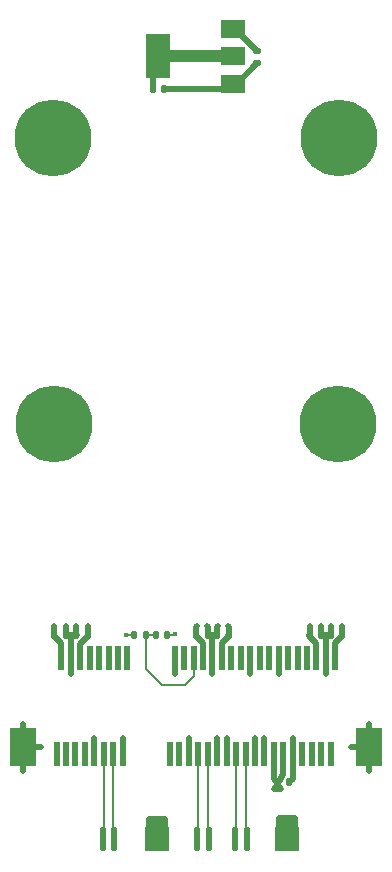
<source format=gtl>
%TF.GenerationSoftware,KiCad,Pcbnew,(6.0.2)*%
%TF.CreationDate,2022-02-24T00:22:57+01:00*%
%TF.ProjectId,mini-pcie-breakout,6d696e69-2d70-4636-9965-2d627265616b,rev?*%
%TF.SameCoordinates,Original*%
%TF.FileFunction,Copper,L1,Top*%
%TF.FilePolarity,Positive*%
%FSLAX46Y46*%
G04 Gerber Fmt 4.6, Leading zero omitted, Abs format (unit mm)*
G04 Created by KiCad (PCBNEW (6.0.2)) date 2022-02-24 00:22:57*
%MOMM*%
%LPD*%
G01*
G04 APERTURE LIST*
G04 Aperture macros list*
%AMRoundRect*
0 Rectangle with rounded corners*
0 $1 Rounding radius*
0 $2 $3 $4 $5 $6 $7 $8 $9 X,Y pos of 4 corners*
0 Add a 4 corners polygon primitive as box body*
4,1,4,$2,$3,$4,$5,$6,$7,$8,$9,$2,$3,0*
0 Add four circle primitives for the rounded corners*
1,1,$1+$1,$2,$3*
1,1,$1+$1,$4,$5*
1,1,$1+$1,$6,$7*
1,1,$1+$1,$8,$9*
0 Add four rect primitives between the rounded corners*
20,1,$1+$1,$2,$3,$4,$5,0*
20,1,$1+$1,$4,$5,$6,$7,0*
20,1,$1+$1,$6,$7,$8,$9,0*
20,1,$1+$1,$8,$9,$2,$3,0*%
G04 Aperture macros list end*
%TA.AperFunction,SMDPad,CuDef*%
%ADD10RoundRect,0.135000X-0.135000X-0.185000X0.135000X-0.185000X0.135000X0.185000X-0.135000X0.185000X0*%
%TD*%
%TA.AperFunction,SMDPad,CuDef*%
%ADD11RoundRect,0.140000X-0.140000X-0.170000X0.140000X-0.170000X0.140000X0.170000X-0.140000X0.170000X0*%
%TD*%
%TA.AperFunction,ComponentPad*%
%ADD12C,6.500000*%
%TD*%
%TA.AperFunction,SMDPad,CuDef*%
%ADD13RoundRect,0.140000X-0.170000X0.140000X-0.170000X-0.140000X0.170000X-0.140000X0.170000X0.140000X0*%
%TD*%
%TA.AperFunction,SMDPad,CuDef*%
%ADD14R,2.000000X2.000000*%
%TD*%
%TA.AperFunction,SMDPad,CuDef*%
%ADD15RoundRect,0.125000X-0.125000X-0.875000X0.125000X-0.875000X0.125000X0.875000X-0.125000X0.875000X0*%
%TD*%
%TA.AperFunction,SMDPad,CuDef*%
%ADD16R,0.600000X2.000000*%
%TD*%
%TA.AperFunction,SMDPad,CuDef*%
%ADD17R,2.300000X3.200000*%
%TD*%
%TA.AperFunction,SMDPad,CuDef*%
%ADD18R,2.000000X1.500000*%
%TD*%
%TA.AperFunction,SMDPad,CuDef*%
%ADD19R,2.000000X3.800000*%
%TD*%
%TA.AperFunction,SMDPad,CuDef*%
%ADD20RoundRect,0.140000X0.140000X0.170000X-0.140000X0.170000X-0.140000X-0.170000X0.140000X-0.170000X0*%
%TD*%
%TA.AperFunction,ViaPad*%
%ADD21C,0.450000*%
%TD*%
%TA.AperFunction,Conductor*%
%ADD22C,0.127000*%
%TD*%
%TA.AperFunction,Conductor*%
%ADD23C,1.000000*%
%TD*%
%TA.AperFunction,Conductor*%
%ADD24C,0.500000*%
%TD*%
%TA.AperFunction,Conductor*%
%ADD25C,0.250000*%
%TD*%
G04 APERTURE END LIST*
D10*
%TO.P,R1,1*%
%TO.N,+3V3*%
X54800000Y-80710000D03*
%TO.P,R1,2*%
%TO.N,Net-(J1-Pad22)*%
X55820000Y-80710000D03*
%TD*%
D11*
%TO.P,C10,1*%
%TO.N,Net-(J1-Pad22)*%
X56670000Y-80700000D03*
%TO.P,C10,2*%
%TO.N,GND*%
X57630000Y-80700000D03*
%TD*%
D12*
%TO.P,H4,1,1*%
%TO.N,GND*%
X48000000Y-62800000D03*
%TD*%
%TO.P,H3,1,1*%
%TO.N,GND*%
X72100000Y-62800000D03*
%TD*%
%TO.P,H2,1,1*%
%TO.N,GND*%
X47950000Y-38650000D03*
%TD*%
%TO.P,H1,1,1*%
%TO.N,GND*%
X72150000Y-38650000D03*
%TD*%
D11*
%TO.P,C9,1*%
%TO.N,+1V5*%
X56389999Y-34500000D03*
%TO.P,C9,2*%
%TO.N,GND*%
X57349999Y-34500000D03*
%TD*%
D13*
%TO.P,C8,2*%
%TO.N,GND*%
X65250000Y-32250000D03*
%TO.P,C8,1*%
%TO.N,+3V3*%
X65250000Y-31290000D03*
%TD*%
D14*
%TO.P,TP2,1,1*%
%TO.N,GND*%
X56750000Y-98000000D03*
%TD*%
%TO.P,TP1,1,1*%
%TO.N,+3V3*%
X67750000Y-98000000D03*
%TD*%
D15*
%TO.P,J4,2,Pin_2*%
%TO.N,/CLK+*%
X53150000Y-98000000D03*
%TO.P,J4,1,Pin_1*%
%TO.N,/CLK-*%
X52150000Y-98000000D03*
%TD*%
%TO.P,J3,1,Pin_1*%
%TO.N,/TX-*%
X63350000Y-98000000D03*
%TO.P,J3,2,Pin_2*%
%TO.N,/TX+*%
X64350000Y-98000000D03*
%TD*%
%TO.P,J2,1,Pin_1*%
%TO.N,/RX-*%
X60150000Y-98000000D03*
%TO.P,J2,2,Pin_2*%
%TO.N,/RX+*%
X61150000Y-98000000D03*
%TD*%
D16*
%TO.P,J1,1,~{WAKE}*%
%TO.N,unconnected-(J1-Pad1)*%
X48250000Y-90800000D03*
%TO.P,J1,2,+3V3AUX*%
%TO.N,+3V3*%
X48650000Y-82600000D03*
%TO.P,J1,3,COEX1*%
%TO.N,unconnected-(J1-Pad3)*%
X49050000Y-90800000D03*
%TO.P,J1,4,GND*%
%TO.N,GND*%
X49450000Y-82600000D03*
%TO.P,J1,5,COEX2*%
%TO.N,unconnected-(J1-Pad5)*%
X49850000Y-90800000D03*
%TO.P,J1,6,+1V5*%
%TO.N,+1V5*%
X50250000Y-82600000D03*
%TO.P,J1,7,~{CLKREQ}*%
%TO.N,unconnected-(J1-Pad7)*%
X50650000Y-90800000D03*
%TO.P,J1,8,UIM_PWR*%
%TO.N,unconnected-(J1-Pad8)*%
X51050000Y-82600000D03*
%TO.P,J1,9,GND*%
%TO.N,GND*%
X51450000Y-90800000D03*
%TO.P,J1,10,UIM_DATA*%
%TO.N,unconnected-(J1-Pad10)*%
X51850000Y-82600000D03*
%TO.P,J1,11,REFCLK-*%
%TO.N,/CLK-*%
X52250000Y-90800000D03*
%TO.P,J1,12,UIM_CLK*%
%TO.N,unconnected-(J1-Pad12)*%
X52650000Y-82600000D03*
%TO.P,J1,13,REFCLK+*%
%TO.N,/CLK+*%
X53050000Y-90800000D03*
%TO.P,J1,14,~{UIM_RESET}*%
%TO.N,unconnected-(J1-Pad14)*%
X53450000Y-82600000D03*
%TO.P,J1,15,GND*%
%TO.N,GND*%
X53850000Y-90800000D03*
%TO.P,J1,16,UIM_VPP*%
%TO.N,unconnected-(J1-Pad16)*%
X54250000Y-82600000D03*
%TO.P,J1,17,UIM_C8*%
%TO.N,unconnected-(J1-Pad17)*%
X57850000Y-90800000D03*
%TO.P,J1,18,GND*%
%TO.N,GND*%
X58250000Y-82600000D03*
%TO.P,J1,19,UIM_C4*%
%TO.N,unconnected-(J1-Pad19)*%
X58650000Y-90800000D03*
%TO.P,J1,20,~{W_DISABLE}*%
%TO.N,unconnected-(J1-Pad20)*%
X59050000Y-82600000D03*
%TO.P,J1,21,GND*%
%TO.N,GND*%
X59450000Y-90800000D03*
%TO.P,J1,22,~{PERST}*%
%TO.N,Net-(J1-Pad22)*%
X59850000Y-82600000D03*
%TO.P,J1,23,PERn0*%
%TO.N,/RX-*%
X60250000Y-90800000D03*
%TO.P,J1,24,+3V3AUX*%
%TO.N,+3V3*%
X60650000Y-82600000D03*
%TO.P,J1,25,PERp0*%
%TO.N,/RX+*%
X61050000Y-90800000D03*
%TO.P,J1,26,GND*%
%TO.N,GND*%
X61450000Y-82600000D03*
%TO.P,J1,27,GND*%
X61850000Y-90800000D03*
%TO.P,J1,28,+1V5*%
%TO.N,+1V5*%
X62250000Y-82600000D03*
%TO.P,J1,29,GND*%
%TO.N,GND*%
X62650000Y-90800000D03*
%TO.P,J1,30,SMB_CLK*%
%TO.N,unconnected-(J1-Pad30)*%
X63050000Y-82600000D03*
%TO.P,J1,31,PETn0*%
%TO.N,/TX-*%
X63450000Y-90800000D03*
%TO.P,J1,32,SMB_DATA*%
%TO.N,unconnected-(J1-Pad32)*%
X63850000Y-82600000D03*
%TO.P,J1,33,PETp0*%
%TO.N,/TX+*%
X64250000Y-90800000D03*
%TO.P,J1,34,GND*%
%TO.N,GND*%
X64650000Y-82600000D03*
%TO.P,J1,35,GND*%
X65050000Y-90800000D03*
%TO.P,J1,36,USB_D-*%
%TO.N,unconnected-(J1-Pad36)*%
X65450000Y-82600000D03*
%TO.P,J1,37,GND*%
%TO.N,GND*%
X65850000Y-90800000D03*
%TO.P,J1,38,USB_D+*%
%TO.N,unconnected-(J1-Pad38)*%
X66250000Y-82600000D03*
%TO.P,J1,39,+3V3AUX*%
%TO.N,+3V3*%
X66650000Y-90800000D03*
%TO.P,J1,40,GND*%
%TO.N,GND*%
X67050000Y-82600000D03*
%TO.P,J1,41,+3V3AUX*%
%TO.N,+3V3*%
X67450000Y-90800000D03*
%TO.P,J1,42,~{LED_WWAN}*%
%TO.N,unconnected-(J1-Pad42)*%
X67850000Y-82600000D03*
%TO.P,J1,43,GND*%
%TO.N,GND*%
X68250000Y-90800000D03*
%TO.P,J1,44,~{LED_WLAN}*%
%TO.N,unconnected-(J1-Pad44)*%
X68650000Y-82600000D03*
%TO.P,J1,45,Reserved*%
%TO.N,unconnected-(J1-Pad45)*%
X69050000Y-90800000D03*
%TO.P,J1,46,~{LED_WPAN}*%
%TO.N,unconnected-(J1-Pad46)*%
X69450000Y-82600000D03*
%TO.P,J1,47,Reserved*%
%TO.N,unconnected-(J1-Pad47)*%
X69850000Y-90800000D03*
%TO.P,J1,48,+1V5*%
%TO.N,+1V5*%
X70250000Y-82600000D03*
%TO.P,J1,49,Reserved*%
%TO.N,unconnected-(J1-Pad49)*%
X70650000Y-90800000D03*
%TO.P,J1,50,GND*%
%TO.N,GND*%
X71050000Y-82600000D03*
%TO.P,J1,51,Reserved*%
%TO.N,unconnected-(J1-Pad51)*%
X71450000Y-90800000D03*
%TO.P,J1,52,+3V3AUX*%
%TO.N,+3V3*%
X71850000Y-82600000D03*
D17*
%TO.P,J1,MP,MP*%
%TO.N,GND*%
X74700000Y-90200000D03*
X45400000Y-90200000D03*
%TD*%
D18*
%TO.P,U1,1,GND*%
%TO.N,GND*%
X63150000Y-34000000D03*
D19*
%TO.P,U1,2,VO*%
%TO.N,+1V5*%
X56850000Y-31700000D03*
D18*
X63150000Y-31700000D03*
%TO.P,U1,3,VI*%
%TO.N,+3V3*%
X63150000Y-29400000D03*
%TD*%
D20*
%TO.P,C7,1*%
%TO.N,+1V5*%
X50880000Y-80700000D03*
%TO.P,C7,2*%
%TO.N,GND*%
X49920000Y-80700000D03*
%TD*%
%TO.P,C6,1*%
%TO.N,+1V5*%
X62830000Y-80700000D03*
%TO.P,C6,2*%
%TO.N,GND*%
X61870000Y-80700000D03*
%TD*%
D11*
%TO.P,C5,1*%
%TO.N,+3V3*%
X48070000Y-80700000D03*
%TO.P,C5,2*%
%TO.N,GND*%
X49030000Y-80700000D03*
%TD*%
%TO.P,C4,1*%
%TO.N,+3V3*%
X66970000Y-93150000D03*
%TO.P,C4,2*%
%TO.N,GND*%
X67930000Y-93150000D03*
%TD*%
D20*
%TO.P,C3,2*%
%TO.N,GND*%
X71470000Y-80700000D03*
%TO.P,C3,1*%
%TO.N,+3V3*%
X72430000Y-80700000D03*
%TD*%
D11*
%TO.P,C2,1*%
%TO.N,+1V5*%
X69670000Y-80700000D03*
%TO.P,C2,2*%
%TO.N,GND*%
X70630000Y-80700000D03*
%TD*%
%TO.P,C1,1*%
%TO.N,+3V3*%
X60070000Y-80700000D03*
%TO.P,C1,2*%
%TO.N,GND*%
X61030000Y-80700000D03*
%TD*%
D21*
%TO.N,GND*%
X58300000Y-80650000D03*
%TO.N,+3V3*%
X54150000Y-80700000D03*
%TO.N,+1V5*%
X56099999Y-31700000D03*
X57599999Y-31700000D03*
X56100000Y-32650000D03*
X57600000Y-32650000D03*
X56100000Y-30750000D03*
X57600000Y-30750000D03*
X56100000Y-33350000D03*
X57600000Y-33350000D03*
X57600000Y-30050000D03*
X56100000Y-30050000D03*
%TO.N,+3V3*%
X63150000Y-29400000D03*
X63900000Y-29900000D03*
X62400000Y-28900000D03*
%TO.N,GND*%
X63150000Y-34000000D03*
X63900000Y-34500000D03*
X62400000Y-33500000D03*
X46950000Y-90200000D03*
X45400000Y-92200000D03*
X45400000Y-88200000D03*
X74700000Y-92200000D03*
X73150000Y-90200000D03*
X74700000Y-88200000D03*
X53850000Y-89400000D03*
X51450000Y-89400000D03*
%TO.N,+3V3*%
X72400000Y-79950000D03*
%TO.N,GND*%
X71500000Y-79950000D03*
X70600000Y-79950000D03*
%TO.N,+1V5*%
X69700000Y-79950000D03*
X62800000Y-79950000D03*
%TO.N,GND*%
X61900000Y-79950000D03*
X61000000Y-79950000D03*
%TO.N,+3V3*%
X60100000Y-79950000D03*
%TO.N,GND*%
X49900000Y-79950000D03*
X49050000Y-79950000D03*
%TO.N,+1V5*%
X50900000Y-79950000D03*
%TO.N,+3V3*%
X48050000Y-79950000D03*
X66650000Y-93750000D03*
X67250000Y-93750000D03*
%TO.N,GND*%
X49450000Y-84000000D03*
X58250000Y-84000000D03*
X71050000Y-84000000D03*
X67050000Y-84000000D03*
X64650000Y-84000000D03*
X61450000Y-84000000D03*
X68250000Y-89400000D03*
X65850000Y-89400000D03*
X65050000Y-89400000D03*
X62650000Y-89400000D03*
X61850000Y-89400000D03*
X59450000Y-89400000D03*
%TO.N,+3V3*%
X68400000Y-96200000D03*
X67100000Y-96200000D03*
X67750000Y-96200000D03*
X67450000Y-96700000D03*
X68100000Y-96700000D03*
%TO.N,GND*%
X56450000Y-96750000D03*
X57100000Y-96750000D03*
X57400000Y-96250000D03*
X56100000Y-96250000D03*
X56750000Y-96250000D03*
%TD*%
D22*
%TO.N,GND*%
X58250000Y-80700000D02*
X58300000Y-80650000D01*
X57630000Y-80700000D02*
X58250000Y-80700000D01*
%TO.N,+3V3*%
X54160000Y-80710000D02*
X54150000Y-80700000D01*
X54800000Y-80710000D02*
X54160000Y-80710000D01*
%TO.N,Net-(J1-Pad22)*%
X55820000Y-80710000D02*
X56690000Y-80710000D01*
X56690000Y-80710000D02*
X56700000Y-80700000D01*
X57150000Y-84900000D02*
X55800000Y-83550000D01*
X59850000Y-84200000D02*
X59150000Y-84900000D01*
X59850000Y-82600000D02*
X59850000Y-84200000D01*
X59150000Y-84900000D02*
X57150000Y-84900000D01*
X55800000Y-83550000D02*
X55800000Y-80700000D01*
D23*
%TO.N,+1V5*%
X63150000Y-31700000D02*
X56850000Y-31700000D01*
D24*
%TO.N,+3V3*%
X63600000Y-29650000D02*
X63350000Y-29400000D01*
%TO.N,GND*%
X63150000Y-34000000D02*
X63100000Y-34000000D01*
X57349999Y-34500000D02*
X62600000Y-34500000D01*
X62600000Y-34500000D02*
X63100000Y-34000000D01*
%TO.N,+1V5*%
X56389999Y-34500000D02*
X56389999Y-31710001D01*
X56389999Y-31710001D02*
X56400000Y-31700000D01*
%TO.N,+3V3*%
X65250000Y-31290000D02*
X65240000Y-31290000D01*
X65240000Y-31290000D02*
X63600000Y-29650000D01*
X63350000Y-29400000D02*
X63150000Y-29400000D01*
%TO.N,GND*%
X65250000Y-32250000D02*
X63500000Y-34000000D01*
X63500000Y-34000000D02*
X63150000Y-34000000D01*
X45400000Y-90200000D02*
X46950000Y-90200000D01*
X45400000Y-90200000D02*
X45400000Y-92200000D01*
X45400000Y-90200000D02*
X45400000Y-88200000D01*
X74700000Y-90200000D02*
X74700000Y-92200000D01*
X74700000Y-90200000D02*
X73150000Y-90200000D01*
X74700000Y-90200000D02*
X74700000Y-88200000D01*
X53850000Y-90800000D02*
X53850000Y-89400000D01*
X51450000Y-90800000D02*
X51450000Y-89400000D01*
%TO.N,+3V3*%
X72430000Y-79980000D02*
X72400000Y-79950000D01*
X72430000Y-80700000D02*
X72430000Y-79980000D01*
%TO.N,GND*%
X71470000Y-79980000D02*
X71500000Y-79950000D01*
X71470000Y-80700000D02*
X71470000Y-79980000D01*
X70630000Y-79980000D02*
X70600000Y-79950000D01*
X70630000Y-80700000D02*
X70630000Y-79980000D01*
%TO.N,+1V5*%
X69670000Y-79980000D02*
X69700000Y-79950000D01*
X69670000Y-80700000D02*
X69670000Y-79980000D01*
X62830000Y-79980000D02*
X62800000Y-79950000D01*
X62830000Y-80700000D02*
X62830000Y-79980000D01*
%TO.N,GND*%
X61870000Y-79980000D02*
X61900000Y-79950000D01*
X61870000Y-80700000D02*
X61870000Y-79980000D01*
X61030000Y-79980000D02*
X61000000Y-79950000D01*
X61030000Y-80700000D02*
X61030000Y-79980000D01*
%TO.N,+3V3*%
X60070000Y-79980000D02*
X60100000Y-79950000D01*
X60070000Y-80700000D02*
X60070000Y-79980000D01*
%TO.N,GND*%
X49920000Y-79970000D02*
X49900000Y-79950000D01*
X49920000Y-80700000D02*
X49920000Y-79970000D01*
X49030000Y-79970000D02*
X49050000Y-79950000D01*
X49030000Y-80700000D02*
X49030000Y-79970000D01*
%TO.N,+1V5*%
X50880000Y-79970000D02*
X50900000Y-79950000D01*
X50880000Y-80700000D02*
X50880000Y-79970000D01*
%TO.N,+3V3*%
X48070000Y-79970000D02*
X48050000Y-79950000D01*
X48070000Y-80700000D02*
X48070000Y-79970000D01*
X67250000Y-93750000D02*
X66650000Y-93750000D01*
X66970000Y-93430000D02*
X66650000Y-93750000D01*
X66970000Y-93150000D02*
X66970000Y-93430000D01*
X66970000Y-93470000D02*
X67250000Y-93750000D01*
X66970000Y-93150000D02*
X66970000Y-93470000D01*
X66970000Y-93150000D02*
X66970000Y-93130000D01*
X66970000Y-93130000D02*
X67250000Y-92850000D01*
X67250000Y-92750000D02*
X67250000Y-92850000D01*
X67450000Y-90800000D02*
X67450000Y-92550000D01*
X67450000Y-92550000D02*
X67250000Y-92750000D01*
X66650000Y-90800000D02*
X66650000Y-92850000D01*
X66650000Y-92850000D02*
X66950000Y-93150000D01*
%TO.N,GND*%
X68250000Y-90800000D02*
X68250000Y-92850000D01*
X68250000Y-92850000D02*
X67950000Y-93150000D01*
%TO.N,+3V3*%
X71850000Y-82600000D02*
X71850000Y-81400000D01*
X71850000Y-81400000D02*
X72450000Y-80800000D01*
X72450000Y-80800000D02*
X72450000Y-80700000D01*
%TO.N,+1V5*%
X70250000Y-81400000D02*
X69650000Y-80800000D01*
X70250000Y-82600000D02*
X70250000Y-81400000D01*
X69650000Y-80800000D02*
X69650000Y-80700000D01*
%TO.N,GND*%
X70630000Y-80700000D02*
X71500000Y-80700000D01*
X71050000Y-82600000D02*
X71050000Y-80700000D01*
%TO.N,+1V5*%
X62250000Y-81400000D02*
X62800000Y-80850000D01*
X62250000Y-82600000D02*
X62250000Y-81400000D01*
X62800000Y-80850000D02*
X62800000Y-80700000D01*
%TO.N,+3V3*%
X60650000Y-82600000D02*
X60650000Y-81400000D01*
X60050000Y-80800000D02*
X60050000Y-80700000D01*
X60650000Y-81400000D02*
X60050000Y-80800000D01*
%TO.N,GND*%
X61030000Y-80700000D02*
X61850000Y-80700000D01*
X61450000Y-82600000D02*
X61450000Y-80700000D01*
%TO.N,+1V5*%
X50880000Y-80700000D02*
X50880000Y-80820000D01*
X50880000Y-80820000D02*
X50250000Y-81450000D01*
X50250000Y-81450000D02*
X50250000Y-82600000D01*
%TO.N,+3V3*%
X48650000Y-81400000D02*
X48050000Y-80800000D01*
X48650000Y-82600000D02*
X48650000Y-81400000D01*
X48050000Y-80800000D02*
X48050000Y-80700000D01*
%TO.N,GND*%
X49030000Y-80700000D02*
X49950000Y-80700000D01*
X49450000Y-82600000D02*
X49450000Y-80700000D01*
X49450000Y-82600000D02*
X49450000Y-84000000D01*
X58250000Y-82600000D02*
X58250000Y-84000000D01*
X71050000Y-82600000D02*
X71050000Y-84000000D01*
X67050000Y-82600000D02*
X67050000Y-84000000D01*
X64650000Y-82600000D02*
X64650000Y-84000000D01*
X61450000Y-82600000D02*
X61450000Y-84000000D01*
X68250000Y-90800000D02*
X68250000Y-89400000D01*
X65850000Y-90800000D02*
X65850000Y-89400000D01*
X65050000Y-90800000D02*
X65050000Y-89400000D01*
X62650000Y-90800000D02*
X62650000Y-89400000D01*
X61850000Y-90800000D02*
X61850000Y-89400000D01*
X59450000Y-90800000D02*
X59450000Y-89400000D01*
%TO.N,+3V3*%
X67750000Y-97900000D02*
X67750000Y-97850000D01*
X67750000Y-97950000D02*
X67750000Y-96200000D01*
X67450000Y-96700000D02*
X67450000Y-97500000D01*
X67750000Y-96200000D02*
X67450000Y-96200000D01*
X68100000Y-96200000D02*
X68400000Y-96200000D01*
X67450000Y-96200000D02*
X67450000Y-96700000D01*
X67750000Y-96200000D02*
X68100000Y-96200000D01*
X67750000Y-97950000D02*
X67750000Y-97900000D01*
X67450000Y-96200000D02*
X67100000Y-96200000D01*
X68100000Y-96700000D02*
X68100000Y-98050000D01*
X68400000Y-96200000D02*
X68400000Y-97550000D01*
X67100000Y-96200000D02*
X67100000Y-97750000D01*
X68100000Y-96200000D02*
X68100000Y-96700000D01*
%TO.N,GND*%
X56450000Y-96750000D02*
X56450000Y-97550000D01*
X57100000Y-96750000D02*
X57100000Y-98100000D01*
X57100000Y-96250000D02*
X57100000Y-96750000D01*
X56750000Y-96250000D02*
X57100000Y-96250000D01*
X57100000Y-96250000D02*
X57400000Y-96250000D01*
X56450000Y-96250000D02*
X56450000Y-96750000D01*
X56750000Y-96250000D02*
X56450000Y-96250000D01*
X56450000Y-96250000D02*
X56100000Y-96250000D01*
X56100000Y-96250000D02*
X56100000Y-97800000D01*
X57400000Y-96250000D02*
X57400000Y-97600000D01*
X56750000Y-97950000D02*
X56750000Y-97900000D01*
X56750000Y-98000000D02*
X56750000Y-97950000D01*
X56750000Y-98000000D02*
X56750000Y-96250000D01*
D22*
%TO.N,/TX+*%
X64250000Y-90800000D02*
X64250000Y-97850000D01*
D25*
X64250000Y-97850000D02*
X64300000Y-97900000D01*
D22*
%TO.N,/TX-*%
X63450000Y-90800000D02*
X63450000Y-97850000D01*
D25*
X63450000Y-97850000D02*
X63350000Y-97950000D01*
D22*
%TO.N,/RX+*%
X61050000Y-90800000D02*
X61050000Y-98000000D01*
D25*
X61050000Y-98000000D02*
X61100000Y-98050000D01*
D22*
%TO.N,/RX-*%
X60250000Y-90800000D02*
X60250000Y-97900000D01*
D25*
X60250000Y-97900000D02*
X60200000Y-97950000D01*
D22*
%TO.N,/CLK+*%
X53050000Y-90800000D02*
X53050000Y-98050000D01*
%TO.N,/CLK-*%
X52250000Y-90800000D02*
X52250000Y-97900000D01*
D25*
X52250000Y-97900000D02*
X52200000Y-97950000D01*
%TD*%
M02*

</source>
